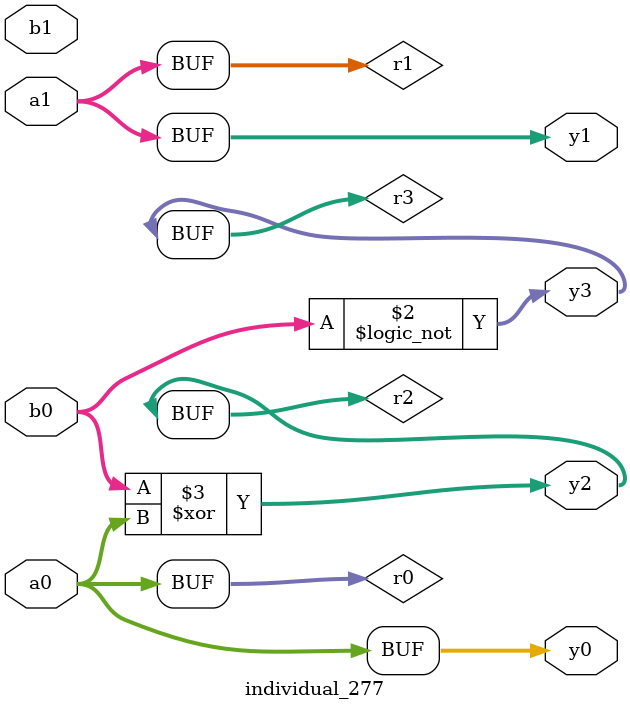
<source format=sv>
module individual_277(input logic [15:0] a1, input logic [15:0] a0, input logic [15:0] b1, input logic [15:0] b0, output logic [15:0] y3, output logic [15:0] y2, output logic [15:0] y1, output logic [15:0] y0);
logic [15:0] r0, r1, r2, r3; 
 always@(*) begin 
	 r0 = a0; r1 = a1; r2 = b0; r3 = b1; 
 	 r3 = ! r2 ;
 	 r2  ^=  a0 ;
 	 y3 = r3; y2 = r2; y1 = r1; y0 = r0; 
end
endmodule
</source>
